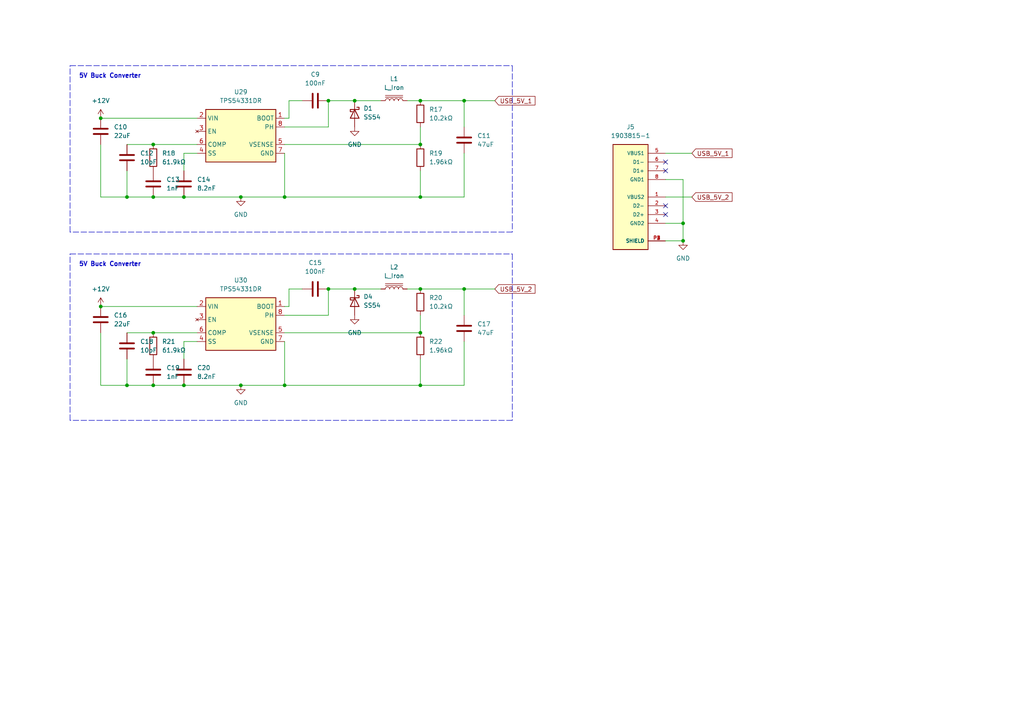
<source format=kicad_sch>
(kicad_sch (version 20211123) (generator eeschema)
  (paper "A4")
  (lib_symbols
    (symbol "01-rickbassham:1903815-1" (pin_names (offset 1.016))
      (property "Reference" "J" (at -5.0865 13.7335 0))
      (property "Value" "1903815-1" (at -5.0845 -20.3378 0))
      (symbol "1903815-1_0_0"
        (rectangle (start -5.08 -17.78) (end 5.08 12.7) (stroke (width 0.254)) (fill (type background)))
        (pin passive line (at 10.16 -2.54 180) (length 5.08) (name "VBUS2") (number "1"))
        (pin passive line (at 10.16 -5.08 180) (length 5.08) (name "D2-") (number "2"))
        (pin passive line (at 10.16 -7.62 180) (length 5.08) (name "D2+") (number "3"))
        (pin passive line (at 10.16 -10.16 180) (length 5.08) (name "GND2") (number "4"))
        (pin passive line (at 10.16 10.16 180) (length 5.08) (name "VBUS1") (number "5"))
        (pin passive line (at 10.16 7.62 180) (length 5.08) (name "D1-") (number "6"))
        (pin passive line (at 10.16 5.08 180) (length 5.08) (name "D1+") (number "7"))
        (pin passive line (at 10.16 2.54 180) (length 5.08) (name "GND1") (number "8"))
        (pin passive line (at 10.16 -15.24 180) (length 5.08) (name "SHIELD") (number "P1"))
        (pin passive line (at 10.16 -15.24 180) (length 5.08) (name "SHIELD") (number "P2"))
        (pin passive line (at 10.16 -15.24 180) (length 5.08) (name "SHIELD") (number "P3"))
        (pin passive line (at 10.16 -15.24 180) (length 5.08) (name "SHIELD") (number "P4"))
      )
    )
    (symbol "01-rickbassham:TPS54331DR"
      (property "Reference" "U" (at -8.89 8.89 0))
      (property "Value" "TPS54331DR" (at 3.81 8.89 0))
      (symbol "TPS54331DR_1_1"
        (rectangle (start -10.16 7.62) (end 10.16 -7.62) (stroke (width 0.254)) (fill (type background)))
        (pin output line (at 12.7 5.08 180) (length 2.54) (name "BOOT") (number "1"))
        (pin power_in line (at -12.7 5.08 0) (length 2.54) (name "VIN") (number "2"))
        (pin no_connect line (at -12.7 1.27 0) (length 2.54) (name "EN") (number "3"))
        (pin output line (at -12.7 -5.08 0) (length 2.54) (name "SS") (number "4"))
        (pin input line (at 12.7 -2.54 180) (length 2.54) (name "VSENSE") (number "5"))
        (pin output line (at -12.7 -2.54 0) (length 2.54) (name "COMP") (number "6"))
        (pin power_in line (at 12.7 -5.08 180) (length 2.54) (name "GND") (number "7"))
        (pin output line (at 12.7 2.54 180) (length 2.54) (name "PH") (number "8"))
      )
    )
    (symbol "Device:C" (pin_numbers hide) (pin_names (offset 0.254))
      (property "Reference" "C" (at 0.635 2.54 0))
      (property "Value" "C" (at 0.635 -2.54 0))
      (symbol "C_0_1"
        (polyline (pts (xy -2.032 -0.762) (xy 2.032 -0.762)) (stroke (width 0.508)))
        (polyline (pts (xy -2.032 0.762) (xy 2.032 0.762)) (stroke (width 0.508)))
      )
      (symbol "C_1_1"
        (pin passive line (at 0 3.81 270) (length 2.794) (name "~") (number "1"))
        (pin passive line (at 0 -3.81 90) (length 2.794) (name "~") (number "2"))
      )
    )
    (symbol "Device:L_Iron" (pin_numbers hide) (pin_names (offset 1.016) hide)
      (property "Reference" "L" (at -1.27 0 90))
      (property "Value" "L_Iron" (at 2.794 0 90))
      (symbol "L_Iron_0_1"
        (arc (start 0 -2.54) (mid 0.635 -1.905) (end 0 -1.27))
        (arc (start 0 -1.27) (mid 0.635 -0.635) (end 0 0))
        (polyline (pts (xy 1.016 2.54) (xy 1.016 -2.54)))
        (polyline (pts (xy 1.524 -2.54) (xy 1.524 2.54)))
        (arc (start 0 0) (mid 0.635 0.635) (end 0 1.27))
        (arc (start 0 1.27) (mid 0.635 1.905) (end 0 2.54))
      )
      (symbol "L_Iron_1_1"
        (pin passive line (at 0 3.81 270) (length 1.27) (name "1") (number "1"))
        (pin passive line (at 0 -3.81 90) (length 1.27) (name "2") (number "2"))
      )
    )
    (symbol "Device:R" (pin_numbers hide) (pin_names (offset 0))
      (property "Reference" "R" (at 2.032 0 90))
      (property "Value" "R" (at 0 0 90))
      (symbol "R_0_1"
        (rectangle (start -1.016 -2.54) (end 1.016 2.54) (stroke (width 0.254)))
      )
      (symbol "R_1_1"
        (pin passive line (at 0 3.81 270) (length 1.27) (name "~") (number "1"))
        (pin passive line (at 0 -3.81 90) (length 1.27) (name "~") (number "2"))
      )
    )
    (symbol "Diode:B340" (pin_numbers hide) (pin_names (offset 1.016) hide)
      (property "Reference" "D" (at 0 2.54 0))
      (property "Value" "B340" (at 0 -2.54 0))
      (symbol "B340_0_1"
        (polyline (pts (xy 1.27 0) (xy -1.27 0)))
        (polyline (pts (xy 1.27 1.27) (xy 1.27 -1.27) (xy -1.27 0) (xy 1.27 1.27)) (stroke (width 0.254)))
        (polyline (pts (xy -1.905 0.635) (xy -1.905 1.27) (xy -1.27 1.27) (xy -1.27 -1.27) (xy -0.635 -1.27) (xy -0.635 -0.635)) (stroke (width 0.254)))
      )
      (symbol "B340_1_1"
        (pin passive line (at -3.81 0 0) (length 2.54) (name "K") (number "1"))
        (pin passive line (at 3.81 0 180) (length 2.54) (name "A") (number "2"))
      )
    )
    (symbol "power:+12V" (power) (pin_names (offset 0))
      (property "Value" "+12V" (at 0 3.556 0))
      (symbol "+12V_0_1"
        (polyline (pts (xy -0.762 1.27) (xy 0 2.54)))
        (polyline (pts (xy 0 0) (xy 0 2.54)))
        (polyline (pts (xy 0 2.54) (xy 0.762 1.27)))
      )
      (symbol "+12V_1_1"
        (pin power_in line (at 0 0 90) (length 0) hide (name "+12V") (number "1"))
      )
    )
    (symbol "power:GND" (power) (pin_names (offset 0))
      (property "Value" "GND" (at 0 -3.81 0))
      (symbol "GND_0_1"
        (polyline (pts (xy 0 0) (xy 0 -1.27) (xy 1.27 -1.27) (xy 0 -2.54) (xy -1.27 -1.27) (xy 0 -1.27)))
      )
      (symbol "GND_1_1"
        (pin power_in line (at 0 0 270) (length 0) hide (name "GND") (number "1"))
      )
    )
  )
  (junction (at 198.12 69.85))
  (junction (at 36.83 111.76))
  (junction (at 134.62 29.21))
  (junction (at 36.83 57.15))
  (junction (at 44.45 96.52))
  (junction (at 69.85 57.15))
  (junction (at 53.34 111.76))
  (junction (at 44.45 57.15))
  (junction (at 198.12 64.77))
  (junction (at 29.21 34.29))
  (junction (at 82.55 111.76))
  (junction (at 44.45 111.76))
  (junction (at 102.87 83.82))
  (junction (at 95.25 29.21))
  (junction (at 121.92 29.21))
  (junction (at 82.55 57.15))
  (junction (at 53.34 57.15))
  (junction (at 121.92 57.15))
  (junction (at 121.92 41.91))
  (junction (at 69.85 111.76))
  (junction (at 134.62 83.82))
  (junction (at 95.25 83.82))
  (junction (at 44.45 41.91))
  (junction (at 121.92 83.82))
  (junction (at 102.87 29.21))
  (junction (at 121.92 96.52))
  (junction (at 121.92 111.76))
  (junction (at 29.21 88.9))
  (no_connect (at 193.04 46.99))
  (no_connect (at 193.04 49.53))
  (no_connect (at 193.04 59.69))
  (no_connect (at 193.04 62.23))
  (wire (pts (xy 36.83 57.15) (xy 44.45 57.15)))
  (wire (pts (xy 53.34 44.45) (xy 53.34 49.53)))
  (wire (pts (xy 121.92 83.82) (xy 134.62 83.82)))
  (wire (pts (xy 200.66 57.15) (xy 193.04 57.15)))
  (wire (pts (xy 134.62 29.21) (xy 134.62 36.83)))
  (wire (pts (xy 134.62 111.76) (xy 121.92 111.76)))
  (wire (pts (xy 102.87 83.82) (xy 110.49 83.82)))
  (wire (pts (xy 36.83 111.76) (xy 44.45 111.76)))
  (wire (pts (xy 118.11 29.21) (xy 121.92 29.21)))
  (wire (pts (xy 121.92 29.21) (xy 134.62 29.21)))
  (wire (pts (xy 44.45 57.15) (xy 53.34 57.15)))
  (polyline (pts (xy 20.32 73.66) (xy 148.59 73.66)))
  (wire (pts (xy 121.92 104.14) (xy 121.92 111.76)))
  (wire (pts (xy 200.66 44.45) (xy 193.04 44.45)))
  (wire (pts (xy 44.45 111.76) (xy 53.34 111.76)))
  (wire (pts (xy 36.83 104.14) (xy 36.83 111.76)))
  (wire (pts (xy 198.12 52.07) (xy 198.12 64.77)))
  (wire (pts (xy 198.12 64.77) (xy 198.12 69.85)))
  (wire (pts (xy 134.62 83.82) (xy 143.51 83.82)))
  (polyline (pts (xy 148.59 67.31) (xy 20.32 67.31)))
  (wire (pts (xy 118.11 83.82) (xy 121.92 83.82)))
  (wire (pts (xy 82.55 34.29) (xy 83.82 34.29)))
  (wire (pts (xy 82.55 57.15) (xy 69.85 57.15)))
  (wire (pts (xy 44.45 96.52) (xy 57.15 96.52)))
  (wire (pts (xy 134.62 99.06) (xy 134.62 111.76)))
  (wire (pts (xy 53.34 57.15) (xy 69.85 57.15)))
  (wire (pts (xy 82.55 88.9) (xy 83.82 88.9)))
  (wire (pts (xy 53.34 111.76) (xy 69.85 111.76)))
  (wire (pts (xy 53.34 99.06) (xy 53.34 104.14)))
  (wire (pts (xy 134.62 83.82) (xy 134.62 91.44)))
  (wire (pts (xy 95.25 83.82) (xy 102.87 83.82)))
  (wire (pts (xy 82.55 44.45) (xy 82.55 57.15)))
  (wire (pts (xy 83.82 83.82) (xy 87.63 83.82)))
  (wire (pts (xy 95.25 91.44) (xy 95.25 83.82)))
  (wire (pts (xy 83.82 34.29) (xy 83.82 29.21)))
  (wire (pts (xy 29.21 41.91) (xy 29.21 57.15)))
  (wire (pts (xy 82.55 41.91) (xy 121.92 41.91)))
  (wire (pts (xy 134.62 44.45) (xy 134.62 57.15)))
  (wire (pts (xy 82.55 91.44) (xy 95.25 91.44)))
  (wire (pts (xy 36.83 96.52) (xy 44.45 96.52)))
  (wire (pts (xy 121.92 111.76) (xy 82.55 111.76)))
  (wire (pts (xy 29.21 111.76) (xy 36.83 111.76)))
  (wire (pts (xy 82.55 111.76) (xy 69.85 111.76)))
  (wire (pts (xy 82.55 99.06) (xy 82.55 111.76)))
  (wire (pts (xy 121.92 57.15) (xy 82.55 57.15)))
  (wire (pts (xy 29.21 34.29) (xy 57.15 34.29)))
  (wire (pts (xy 134.62 29.21) (xy 143.51 29.21)))
  (wire (pts (xy 193.04 64.77) (xy 198.12 64.77)))
  (wire (pts (xy 83.82 29.21) (xy 87.63 29.21)))
  (wire (pts (xy 57.15 99.06) (xy 53.34 99.06)))
  (wire (pts (xy 95.25 29.21) (xy 102.87 29.21)))
  (wire (pts (xy 57.15 44.45) (xy 53.34 44.45)))
  (wire (pts (xy 36.83 41.91) (xy 44.45 41.91)))
  (polyline (pts (xy 20.32 19.05) (xy 148.59 19.05)))
  (wire (pts (xy 95.25 36.83) (xy 95.25 29.21)))
  (wire (pts (xy 83.82 88.9) (xy 83.82 83.82)))
  (wire (pts (xy 121.92 49.53) (xy 121.92 57.15)))
  (wire (pts (xy 121.92 36.83) (xy 121.92 41.91)))
  (wire (pts (xy 82.55 96.52) (xy 121.92 96.52)))
  (polyline (pts (xy 20.32 67.31) (xy 20.32 19.05)))
  (wire (pts (xy 29.21 88.9) (xy 57.15 88.9)))
  (wire (pts (xy 134.62 57.15) (xy 121.92 57.15)))
  (polyline (pts (xy 148.59 73.66) (xy 148.59 121.92)))
  (wire (pts (xy 193.04 69.85) (xy 198.12 69.85)))
  (polyline (pts (xy 148.59 121.92) (xy 20.32 121.92)))
  (polyline (pts (xy 148.59 19.05) (xy 148.59 67.31)))
  (wire (pts (xy 44.45 41.91) (xy 57.15 41.91)))
  (polyline (pts (xy 20.32 121.92) (xy 20.32 73.66)))
  (wire (pts (xy 29.21 57.15) (xy 36.83 57.15)))
  (wire (pts (xy 36.83 49.53) (xy 36.83 57.15)))
  (wire (pts (xy 29.21 96.52) (xy 29.21 111.76)))
  (wire (pts (xy 82.55 36.83) (xy 95.25 36.83)))
  (wire (pts (xy 102.87 29.21) (xy 110.49 29.21)))
  (wire (pts (xy 121.92 91.44) (xy 121.92 96.52)))
  (wire (pts (xy 193.04 52.07) (xy 198.12 52.07)))
  (text "5V Buck Converter" (at 22.86 77.47 0) (effects (font (size 1.27 1.27) (thickness 0.254) bold) (justify left bottom)))
  (text "5V Buck Converter" (at 22.86 22.86 0) (effects (font (size 1.27 1.27) (thickness 0.254) bold) (justify left bottom)))
  (global_label "USB_5V_2" (shape input) (at 200.66 57.15 0) (property "Intersheet References" "${INTERSHEET_REFS}" (effects hide)))
  (global_label "USB_5V_1" (shape input) (at 143.51 29.21 0) (property "Intersheet References" "${INTERSHEET_REFS}" (effects hide)))
  (global_label "USB_5V_2" (shape input) (at 143.51 83.82 0) (property "Intersheet References" "${INTERSHEET_REFS}" (effects hide)))
  (global_label "USB_5V_1" (shape input) (at 200.66 44.45 0) (property "Intersheet References" "${INTERSHEET_REFS}" (effects hide)))
  (symbol (lib_id "power:GND") (at 102.87 91.44 0) (unit 1)
    (property "Reference" "#PWR0160" (effects hide))
    (property "Value" "GND" (at 102.87 96.52 0))
  )
  (symbol (lib_id "power:GND") (at 198.12 69.85 0) (unit 1)
    (property "Reference" "#PWR0161" (effects hide))
    (property "Value" "GND" (at 198.12 74.93 0))
  )
  (symbol (lib_id "Device:R") (at 121.92 100.33 0) (unit 1)
    (property "Reference" "R22" (at 124.46 99.0599 0) (effects (justify left)))
    (property "Value" "1.96kΩ" (at 124.46 101.5999 0) (effects (justify left)))
    (property "Footprint" "Resistor_SMD:R_0603_1608Metric" (effects hide))
    (property "LCSC" "C209060" (effects hide))
  )
  (symbol (lib_id "Device:C") (at 91.44 83.82 90) (unit 1)
    (property "Reference" "C15" (at 91.44 76.2 90))
    (property "Value" "100nF" (at 91.44 78.74 90))
    (property "Footprint" "Capacitor_SMD:C_0603_1608Metric" (effects hide))
    (property "LCSC" "C235731" (effects hide))
  )
  (symbol (lib_id "Diode:B340") (at 102.87 87.63 270) (unit 1)
    (property "Reference" "D4" (at 105.41 86.0424 90) (effects (justify left)))
    (property "Value" "SS54" (at 105.41 88.5824 90) (effects (justify left)))
    (property "Footprint" "01-rickbassham:SS54" (effects hide))
    (property "Datasheet" "http://www.jameco.com/Jameco/Products/ProdDS/1538777.pdf" (effects hide))
    (property "LCSC" "C3018536" (effects hide))
  )
  (symbol (lib_id "Device:C") (at 134.62 95.25 0) (unit 1)
    (property "Reference" "C17" (at 138.43 93.9799 0) (effects (justify left)))
    (property "Value" "47uF" (at 138.43 96.5199 0) (effects (justify left)))
    (property "Footprint" "Capacitor_SMD:C_0603_1608Metric" (effects hide))
    (property "LCSC" "C76615" (effects hide))
  )
  (symbol (lib_id "Device:C") (at 134.62 40.64 0) (unit 1)
    (property "Reference" "C11" (at 138.43 39.3699 0) (effects (justify left)))
    (property "Value" "47uF" (at 138.43 41.9099 0) (effects (justify left)))
    (property "Footprint" "Capacitor_SMD:C_0603_1608Metric" (effects hide))
    (property "LCSC" "C76615" (effects hide))
  )
  (symbol (lib_id "Device:C") (at 53.34 107.95 0) (unit 1)
    (property "Reference" "C20" (at 57.15 106.6799 0) (effects (justify left)))
    (property "Value" "8.2nF" (at 57.15 109.2199 0) (effects (justify left)))
    (property "Footprint" "Capacitor_SMD:C_0603_1608Metric" (effects hide))
    (property "LCSC" "C27920" (effects hide))
  )
  (symbol (lib_id "Device:R") (at 121.92 33.02 0) (unit 1)
    (property "Reference" "R17" (at 124.46 31.7499 0) (effects (justify left)))
    (property "Value" "10.2kΩ" (at 124.46 34.2899 0) (effects (justify left)))
    (property "Footprint" "Resistor_SMD:R_0603_1608Metric" (effects hide))
    (property "LCSC" "C100708" (effects hide))
  )
  (symbol (lib_id "Device:C") (at 44.45 53.34 0) (unit 1)
    (property "Reference" "C13" (at 48.26 52.0699 0) (effects (justify left)))
    (property "Value" "1nF" (at 48.26 54.6099 0) (effects (justify left)))
    (property "Footprint" "Capacitor_SMD:C_0603_1608Metric" (effects hide))
    (property "LCSC" "C8808" (effects hide))
  )
  (symbol (lib_id "Diode:B340") (at 102.87 33.02 270) (unit 1)
    (property "Reference" "D1" (at 105.41 31.4324 90) (effects (justify left)))
    (property "Value" "SS54" (at 105.41 33.9724 90) (effects (justify left)))
    (property "Footprint" "01-rickbassham:SS54" (effects hide))
    (property "Datasheet" "http://www.jameco.com/Jameco/Products/ProdDS/1538777.pdf" (effects hide))
    (property "LCSC" "C3018536" (effects hide))
  )
  (symbol (lib_id "Device:R") (at 44.45 45.72 0) (unit 1)
    (property "Reference" "R18" (at 46.99 44.4499 0) (effects (justify left)))
    (property "Value" "61.9kΩ" (at 46.99 46.9899 0) (effects (justify left)))
    (property "Footprint" "Resistor_SMD:R_0603_1608Metric" (effects hide))
    (property "LCSC" "C23091" (effects hide))
  )
  (symbol (lib_id "Device:R") (at 121.92 87.63 0) (unit 1)
    (property "Reference" "R20" (at 124.46 86.3599 0) (effects (justify left)))
    (property "Value" "10.2kΩ" (at 124.46 88.8999 0) (effects (justify left)))
    (property "Footprint" "Resistor_SMD:R_0603_1608Metric" (effects hide))
    (property "LCSC" "C100708" (effects hide))
  )
  (symbol (lib_id "01-rickbassham:TPS54331DR") (at 69.85 93.98 0) (unit 1)
    (property "Reference" "U30" (at 69.85 81.28 0))
    (property "Value" "TPS54331DR" (at 69.85 83.82 0))
    (property "Footprint" "Package_SO:SOIC-8_3.9x4.9mm_P1.27mm" (effects hide))
    (property "Datasheet" "http://www.ti.com/lit/ds/symlink/tps54336a.pdf" (effects hide))
    (property "LCSC" "C9865" (effects hide))
  )
  (symbol (lib_id "Device:C") (at 29.21 92.71 0) (unit 1)
    (property "Reference" "C16" (at 33.02 91.4399 0) (effects (justify left)))
    (property "Value" "22uF" (at 33.02 93.9799 0) (effects (justify left)))
    (property "Footprint" "Capacitor_SMD:C_0603_1608Metric" (effects hide))
    (property "LCSC" "C268016" (effects hide))
  )
  (symbol (lib_id "power:GND") (at 69.85 57.15 0) (unit 1)
    (property "Reference" "#PWR0155" (effects hide))
    (property "Value" "GND" (at 69.85 62.23 0))
  )
  (symbol (lib_id "Device:R") (at 121.92 45.72 0) (unit 1)
    (property "Reference" "R19" (at 124.46 44.4499 0) (effects (justify left)))
    (property "Value" "1.96kΩ" (at 124.46 46.9899 0) (effects (justify left)))
    (property "Footprint" "Resistor_SMD:R_0603_1608Metric" (effects hide))
    (property "LCSC" "C209060" (effects hide))
  )
  (symbol (lib_id "power:+12V") (at 29.21 34.29 0) (unit 1)
    (property "Reference" "#PWR0156" (effects hide))
    (property "Value" "+12V" (at 29.21 29.21 0))
  )
  (symbol (lib_id "Device:C") (at 36.83 100.33 0) (unit 1)
    (property "Reference" "C18" (at 40.64 99.0599 0) (effects (justify left)))
    (property "Value" "10pF" (at 40.64 101.5999 0) (effects (justify left)))
    (property "Footprint" "Capacitor_SMD:C_0603_1608Metric" (effects hide))
    (property "LCSC" "C160903" (effects hide))
  )
  (symbol (lib_id "Device:R") (at 44.45 100.33 0) (unit 1)
    (property "Reference" "R21" (at 46.99 99.0599 0) (effects (justify left)))
    (property "Value" "61.9kΩ" (at 46.99 101.5999 0) (effects (justify left)))
    (property "Footprint" "Resistor_SMD:R_0603_1608Metric" (effects hide))
    (property "LCSC" "C23091" (effects hide))
  )
  (symbol (lib_id "Device:L_Iron") (at 114.3 29.21 90) (unit 1)
    (property "Reference" "L1" (at 114.3 22.86 90))
    (property "Value" "L_Iron" (at 114.3 25.4 90))
    (property "Footprint" "Inductor_SMD:L_Bourns_SRN6045TA" (effects hide))
    (property "LCSC" "C718395" (effects hide))
  )
  (symbol (lib_id "Device:C") (at 36.83 45.72 0) (unit 1)
    (property "Reference" "C12" (at 40.64 44.4499 0) (effects (justify left)))
    (property "Value" "10pF" (at 40.64 46.9899 0) (effects (justify left)))
    (property "Footprint" "Capacitor_SMD:C_0603_1608Metric" (effects hide))
    (property "LCSC" "C160903" (effects hide))
  )
  (symbol (lib_id "power:GND") (at 69.85 111.76 0) (unit 1)
    (property "Reference" "#PWR0157" (effects hide))
    (property "Value" "GND" (at 69.85 116.84 0))
  )
  (symbol (lib_id "Device:C") (at 29.21 38.1 0) (unit 1)
    (property "Reference" "C10" (at 33.02 36.8299 0) (effects (justify left)))
    (property "Value" "22uF" (at 33.02 39.3699 0) (effects (justify left)))
    (property "Footprint" "Capacitor_SMD:C_0603_1608Metric" (effects hide))
    (property "LCSC" "C268016" (effects hide))
  )
  (symbol (lib_id "power:+12V") (at 29.21 88.9 0) (unit 1)
    (property "Reference" "#PWR0158" (effects hide))
    (property "Value" "+12V" (at 29.21 83.82 0))
  )
  (symbol (lib_id "01-rickbassham:1903815-1") (at 182.88 54.61 0) (unit 1)
    (property "Reference" "J5" (at 182.88 36.83 0))
    (property "Value" "1903815-1" (at 182.88 39.37 0))
    (property "Footprint" "01-rickbassham:TE_1903815-1" (effects hide))
    (property "LCSC" "C306228" (effects hide))
  )
  (symbol (lib_id "power:GND") (at 102.87 36.83 0) (unit 1)
    (property "Reference" "#PWR0159" (effects hide))
    (property "Value" "GND" (at 102.87 41.91 0))
  )
  (symbol (lib_id "Device:C") (at 53.34 53.34 0) (unit 1)
    (property "Reference" "C14" (at 57.15 52.0699 0) (effects (justify left)))
    (property "Value" "8.2nF" (at 57.15 54.6099 0) (effects (justify left)))
    (property "Footprint" "Capacitor_SMD:C_0603_1608Metric" (effects hide))
    (property "LCSC" "C27920" (effects hide))
  )
  (symbol (lib_id "Device:C") (at 91.44 29.21 90) (unit 1)
    (property "Reference" "C9" (at 91.44 21.59 90))
    (property "Value" "100nF" (at 91.44 24.13 90))
    (property "Footprint" "Capacitor_SMD:C_0603_1608Metric" (effects hide))
    (property "LCSC" "C235731" (effects hide))
  )
  (symbol (lib_id "Device:C") (at 44.45 107.95 0) (unit 1)
    (property "Reference" "C19" (at 48.26 106.6799 0) (effects (justify left)))
    (property "Value" "1nF" (at 48.26 109.2199 0) (effects (justify left)))
    (property "Footprint" "Capacitor_SMD:C_0603_1608Metric" (effects hide))
    (property "LCSC" "C8808" (effects hide))
  )
  (symbol (lib_id "01-rickbassham:TPS54331DR") (at 69.85 39.37 0) (unit 1)
    (property "Reference" "U29" (at 69.85 26.67 0))
    (property "Value" "TPS54331DR" (at 69.85 29.21 0))
    (property "Footprint" "Package_SO:SOIC-8_3.9x4.9mm_P1.27mm" (effects hide))
    (property "Datasheet" "http://www.ti.com/lit/ds/symlink/tps54336a.pdf" (effects hide))
    (property "LCSC" "C9865" (effects hide))
  )
  (symbol (lib_id "Device:L_Iron") (at 114.3 83.82 90) (unit 1)
    (property "Reference" "L2" (at 114.3 77.47 90))
    (property "Value" "L_Iron" (at 114.3 80.01 90))
    (property "Footprint" "Inductor_SMD:L_Bourns_SRN6045TA" (effects hide))
    (property "LCSC" "C718395" (effects hide))
  )
)
</source>
